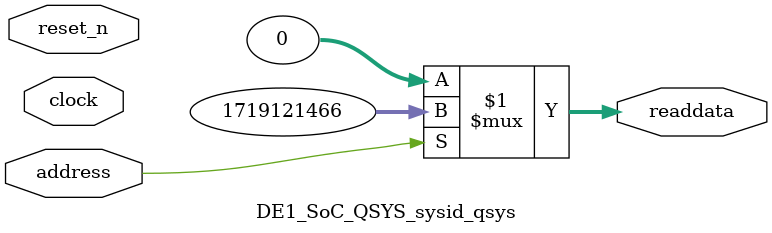
<source format=v>



// synthesis translate_off
`timescale 1ns / 1ps
// synthesis translate_on

// turn off superfluous verilog processor warnings 
// altera message_level Level1 
// altera message_off 10034 10035 10036 10037 10230 10240 10030 

module DE1_SoC_QSYS_sysid_qsys (
               // inputs:
                address,
                clock,
                reset_n,

               // outputs:
                readdata
             )
;

  output  [ 31: 0] readdata;
  input            address;
  input            clock;
  input            reset_n;

  wire    [ 31: 0] readdata;
  //control_slave, which is an e_avalon_slave
  assign readdata = address ? 1719121466 : 0;

endmodule



</source>
